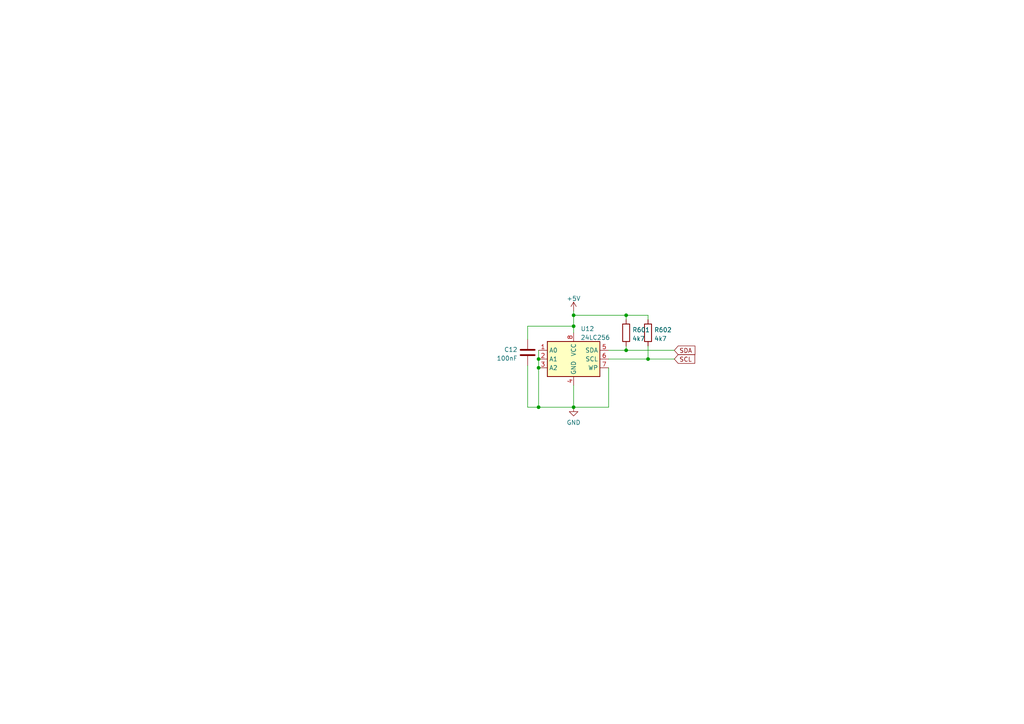
<source format=kicad_sch>
(kicad_sch (version 20211123) (generator eeschema)
  (paper "A4")
  (lib_symbols
    (symbol "Device:C" (pin_numbers hide) (pin_names (offset 0.254))
      (property "Reference" "C" (at 0.635 2.54 0))
      (property "Value" "C" (at 0.635 -2.54 0))
      (symbol "C_0_1"
        (polyline (pts (xy -2.032 -0.762) (xy 2.032 -0.762)) (stroke (width 0.508)))
        (polyline (pts (xy -2.032 0.762) (xy 2.032 0.762)) (stroke (width 0.508)))
      )
      (symbol "C_1_1"
        (pin passive line (at 0 3.81 270) (length 2.794) (name "~") (number "1"))
        (pin passive line (at 0 -3.81 90) (length 2.794) (name "~") (number "2"))
      )
    )
    (symbol "Device:R" (pin_numbers hide) (pin_names (offset 0))
      (property "Reference" "R" (at 2.032 0 90))
      (property "Value" "R" (at 0 0 90))
      (symbol "R_0_1"
        (rectangle (start -1.016 -2.54) (end 1.016 2.54) (stroke (width 0.254)))
      )
      (symbol "R_1_1"
        (pin passive line (at 0 3.81 270) (length 1.27) (name "~") (number "1"))
        (pin passive line (at 0 -3.81 90) (length 1.27) (name "~") (number "2"))
      )
    )
    (symbol "Memory_EEPROM:24LC256"
      (property "Reference" "U" (at -6.35 6.35 0))
      (property "Value" "24LC256" (at 1.27 6.35 0))
      (symbol "24LC256_1_1"
        (rectangle (start -7.62 5.08) (end 7.62 -5.08) (stroke (width 0.254)) (fill (type background)))
        (pin input line (at -10.16 2.54 0) (length 2.54) (name "A0") (number "1"))
        (pin input line (at -10.16 0 0) (length 2.54) (name "A1") (number "2"))
        (pin input line (at -10.16 -2.54 0) (length 2.54) (name "A2") (number "3"))
        (pin power_in line (at 0 -7.62 90) (length 2.54) (name "GND") (number "4"))
        (pin bidirectional line (at 10.16 2.54 180) (length 2.54) (name "SDA") (number "5"))
        (pin input line (at 10.16 0 180) (length 2.54) (name "SCL") (number "6"))
        (pin input line (at 10.16 -2.54 180) (length 2.54) (name "WP") (number "7"))
        (pin power_in line (at 0 7.62 270) (length 2.54) (name "VCC") (number "8"))
      )
    )
    (symbol "power:+5V" (power) (pin_names (offset 0))
      (property "Value" "+5V" (at 0 3.556 0))
      (symbol "+5V_0_1"
        (polyline (pts (xy -0.762 1.27) (xy 0 2.54)))
        (polyline (pts (xy 0 0) (xy 0 2.54)))
        (polyline (pts (xy 0 2.54) (xy 0.762 1.27)))
      )
      (symbol "+5V_1_1"
        (pin power_in line (at 0 0 90) (length 0) hide (name "+5V") (number "1"))
      )
    )
    (symbol "power:GND" (power) (pin_names (offset 0))
      (property "Value" "GND" (at 0 -3.81 0))
      (symbol "GND_0_1"
        (polyline (pts (xy 0 0) (xy 0 -1.27) (xy 1.27 -1.27) (xy 0 -2.54) (xy -1.27 -1.27) (xy 0 -1.27)))
      )
      (symbol "GND_1_1"
        (pin power_in line (at 0 0 270) (length 0) hide (name "GND") (number "1"))
      )
    )
  )
  (junction (at 166.37 94.615))
  (junction (at 156.21 106.68))
  (junction (at 156.21 104.14))
  (junction (at 181.61 101.6))
  (junction (at 181.61 91.44))
  (junction (at 166.37 118.11))
  (junction (at 166.37 91.44))
  (junction (at 156.21 118.11))
  (junction (at 187.96 104.14))
  (wire (pts (xy 153.035 98.425) (xy 153.035 94.615)))
  (wire (pts (xy 176.53 106.68) (xy 176.53 118.11)))
  (wire (pts (xy 166.37 90.17) (xy 166.37 91.44)))
  (wire (pts (xy 187.96 91.44) (xy 181.61 91.44)))
  (wire (pts (xy 176.53 101.6) (xy 181.61 101.6)))
  (wire (pts (xy 187.96 100.33) (xy 187.96 104.14)))
  (wire (pts (xy 181.61 91.44) (xy 181.61 92.71)))
  (wire (pts (xy 187.96 92.71) (xy 187.96 91.44)))
  (wire (pts (xy 156.21 104.14) (xy 156.21 106.68)))
  (wire (pts (xy 156.21 118.11) (xy 166.37 118.11)))
  (wire (pts (xy 176.53 104.14) (xy 187.96 104.14)))
  (wire (pts (xy 153.035 106.045) (xy 153.035 118.11)))
  (wire (pts (xy 166.37 111.76) (xy 166.37 118.11)))
  (wire (pts (xy 176.53 118.11) (xy 166.37 118.11)))
  (wire (pts (xy 166.37 94.615) (xy 166.37 96.52)))
  (wire (pts (xy 156.21 106.68) (xy 156.21 118.11)))
  (wire (pts (xy 156.21 101.6) (xy 156.21 104.14)))
  (wire (pts (xy 153.035 94.615) (xy 166.37 94.615)))
  (wire (pts (xy 153.035 118.11) (xy 156.21 118.11)))
  (wire (pts (xy 166.37 91.44) (xy 181.61 91.44)))
  (wire (pts (xy 187.96 104.14) (xy 195.58 104.14)))
  (wire (pts (xy 181.61 101.6) (xy 195.58 101.6)))
  (wire (pts (xy 181.61 100.33) (xy 181.61 101.6)))
  (wire (pts (xy 166.37 91.44) (xy 166.37 94.615)))
  (global_label "SDA" (shape input) (at 195.58 101.6 0) (property "Intersheet References" "${INTERSHEET_REFS}" (effects hide)))
  (global_label "SCL" (shape input) (at 195.58 104.14 0) (property "Intersheet References" "${INTERSHEET_REFS}" (effects hide)))
  (symbol (lib_id "Memory_EEPROM:24LC256") (at 166.37 104.14 0) (unit 1)
    (property "Reference" "U12" (at 168.3894 95.3602 0) (effects (justify left)))
    (property "Value" "24LC256" (at 168.3894 97.8971 0) (effects (justify left)))
    (property "Footprint" "Package_SO:SOIC-8_3.9x4.9mm_P1.27mm" (effects hide))
    (property "Datasheet" "http://ww1.microchip.com/downloads/en/devicedoc/21203m.pdf" (effects hide))
    (property "JLCPCB Part#" "C2987263" (effects hide))
  )
  (symbol (lib_id "power:GND") (at 166.37 118.11 0) (unit 1)
    (property "Reference" "#PWR0114" (effects hide))
    (property "Value" "GND" (at 166.37 122.5534 0))
  )
  (symbol (lib_id "Device:R") (at 181.61 96.52 0) (unit 1)
    (property "Reference" "R601" (at 183.388 95.6853 0) (effects (justify left)))
    (property "Value" "4k7" (at 183.388 98.2222 0) (effects (justify left)))
    (property "Footprint" "Resistor_SMD:R_0603_1608Metric" (effects hide))
    (property "JLCPCB Part#" "C23162" (effects hide))
  )
  (symbol (lib_id "Device:R") (at 187.96 96.52 0) (unit 1)
    (property "Reference" "R602" (at 189.738 95.6853 0) (effects (justify left)))
    (property "Value" "4k7" (at 189.738 98.2222 0) (effects (justify left)))
    (property "Footprint" "Resistor_SMD:R_0603_1608Metric" (effects hide))
    (property "JLCPCB Part#" "C23162" (effects hide))
  )
  (symbol (lib_id "Device:C") (at 153.035 102.235 0) (mirror x) (unit 1)
    (property "Reference" "C12" (at 150.114 101.4003 0) (effects (justify right)))
    (property "Value" "100nF" (at 150.114 103.9372 0) (effects (justify right)))
    (property "Footprint" "Capacitor_SMD:C_0603_1608Metric_Pad1.08x0.95mm_HandSolder" (effects hide))
    (property "JLCPCB Part#" "C14663" (effects hide))
  )
  (symbol (lib_id "power:+5V") (at 166.37 90.17 0) (unit 1)
    (property "Reference" "#PWR0113" (effects hide))
    (property "Value" "+5V" (at 166.37 86.5942 0))
  )
)
</source>
